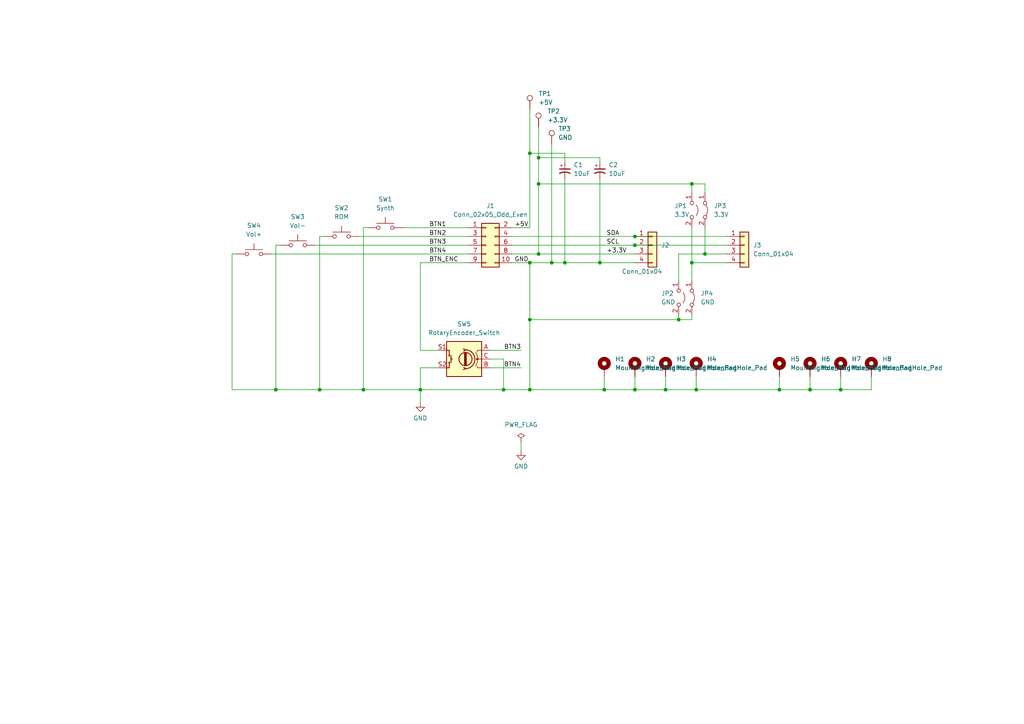
<source format=kicad_sch>
(kicad_sch (version 20230121) (generator eeschema)
  (paper "A4")
  (lib_symbols
    (symbol "Connector:TestPoint" (pin_numbers hide) (pin_names (offset 0.762) hide)
      (property "Reference" "TP" (at 0 6.858 0))
      (property "Value" "TestPoint" (at 0 5.08 0))
      (symbol "TestPoint_0_1"
        (circle (center 0 3.302) (radius 0.762))
      )
      (symbol "TestPoint_1_1"
        (pin passive line (at 0 0 90) (length 2.54) (name "1") (number "1"))
      )
    )
    (symbol "Connector_Generic:Conn_01x04" (pin_names (offset 1.016) hide)
      (property "Reference" "J" (at 0 5.08 0))
      (property "Value" "Conn_01x04" (at 0 -7.62 0))
      (symbol "Conn_01x04_1_1"
        (rectangle (start -1.27 -4.953) (end 0 -5.207) (stroke (width 0.1524)))
        (rectangle (start -1.27 -2.413) (end 0 -2.667) (stroke (width 0.1524)))
        (rectangle (start -1.27 0.127) (end 0 -0.127) (stroke (width 0.1524)))
        (rectangle (start -1.27 2.667) (end 0 2.413) (stroke (width 0.1524)))
        (rectangle (start -1.27 3.81) (end 1.27 -6.35) (stroke (width 0.254)) (fill (type background)))
        (pin passive line (at -5.08 2.54 0) (length 3.81) (name "Pin_1") (number "1"))
        (pin passive line (at -5.08 0 0) (length 3.81) (name "Pin_2") (number "2"))
        (pin passive line (at -5.08 -2.54 0) (length 3.81) (name "Pin_3") (number "3"))
        (pin passive line (at -5.08 -5.08 0) (length 3.81) (name "Pin_4") (number "4"))
      )
    )
    (symbol "Connector_Generic:Conn_02x05_Odd_Even" (pin_names (offset 1.016) hide)
      (property "Reference" "J" (at 1.27 7.62 0))
      (property "Value" "Conn_02x05_Odd_Even" (at 1.27 -7.62 0))
      (symbol "Conn_02x05_Odd_Even_1_1"
        (rectangle (start -1.27 -4.953) (end 0 -5.207) (stroke (width 0.1524)))
        (rectangle (start -1.27 -2.413) (end 0 -2.667) (stroke (width 0.1524)))
        (rectangle (start -1.27 0.127) (end 0 -0.127) (stroke (width 0.1524)))
        (rectangle (start -1.27 2.667) (end 0 2.413) (stroke (width 0.1524)))
        (rectangle (start -1.27 5.207) (end 0 4.953) (stroke (width 0.1524)))
        (rectangle (start -1.27 6.35) (end 3.81 -6.35) (stroke (width 0.254)) (fill (type background)))
        (rectangle (start 3.81 -4.953) (end 2.54 -5.207) (stroke (width 0.1524)))
        (rectangle (start 3.81 -2.413) (end 2.54 -2.667) (stroke (width 0.1524)))
        (rectangle (start 3.81 0.127) (end 2.54 -0.127) (stroke (width 0.1524)))
        (rectangle (start 3.81 2.667) (end 2.54 2.413) (stroke (width 0.1524)))
        (rectangle (start 3.81 5.207) (end 2.54 4.953) (stroke (width 0.1524)))
        (pin passive line (at -5.08 5.08 0) (length 3.81) (name "Pin_1") (number "1"))
        (pin passive line (at 7.62 -5.08 180) (length 3.81) (name "Pin_10") (number "10"))
        (pin passive line (at 7.62 5.08 180) (length 3.81) (name "Pin_2") (number "2"))
        (pin passive line (at -5.08 2.54 0) (length 3.81) (name "Pin_3") (number "3"))
        (pin passive line (at 7.62 2.54 180) (length 3.81) (name "Pin_4") (number "4"))
        (pin passive line (at -5.08 0 0) (length 3.81) (name "Pin_5") (number "5"))
        (pin passive line (at 7.62 0 180) (length 3.81) (name "Pin_6") (number "6"))
        (pin passive line (at -5.08 -2.54 0) (length 3.81) (name "Pin_7") (number "7"))
        (pin passive line (at 7.62 -2.54 180) (length 3.81) (name "Pin_8") (number "8"))
        (pin passive line (at -5.08 -5.08 0) (length 3.81) (name "Pin_9") (number "9"))
      )
    )
    (symbol "Device:C_Polarized_Small_US" (pin_numbers hide) (pin_names (offset 0.254) hide)
      (property "Reference" "C" (at 0.254 1.778 0))
      (property "Value" "C_Polarized_Small_US" (at 0.254 -2.032 0))
      (symbol "C_Polarized_Small_US_0_1"
        (polyline (pts (xy -1.524 0.508) (xy 1.524 0.508)) (stroke (width 0.3048)))
        (polyline (pts (xy -1.27 1.524) (xy -0.762 1.524)))
        (polyline (pts (xy -1.016 1.27) (xy -1.016 1.778)))
        (arc (start 1.524 -0.762) (mid 0 -0.3734) (end -1.524 -0.762) (stroke (width 0.3048)))
      )
      (symbol "C_Polarized_Small_US_1_1"
        (pin passive line (at 0 2.54 270) (length 2.032) (name "~") (number "1"))
        (pin passive line (at 0 -2.54 90) (length 2.032) (name "~") (number "2"))
      )
    )
    (symbol "Device:RotaryEncoder_Switch" (pin_names (offset 0.254) hide)
      (property "Reference" "SW" (at 0 6.604 0))
      (property "Value" "RotaryEncoder_Switch" (at 0 -6.604 0))
      (symbol "RotaryEncoder_Switch_0_1"
        (rectangle (start -5.08 5.08) (end 5.08 -5.08) (stroke (width 0.254)) (fill (type background)))
        (circle (center -3.81 0) (radius 0.254) (fill (type outline)))
        (circle (center -0.381 0) (radius 1.905) (stroke (width 0.254)))
        (arc (start -0.381 2.667) (mid -3.0988 -0.0635) (end -0.381 -2.794) (stroke (width 0.254)))
        (polyline (pts (xy -0.635 -1.778) (xy -0.635 1.778)) (stroke (width 0.254)))
        (polyline (pts (xy -0.381 -1.778) (xy -0.381 1.778)) (stroke (width 0.254)))
        (polyline (pts (xy -0.127 1.778) (xy -0.127 -1.778)) (stroke (width 0.254)))
        (polyline (pts (xy 3.81 0) (xy 3.429 0)) (stroke (width 0.254)))
        (polyline (pts (xy 3.81 1.016) (xy 3.81 -1.016)) (stroke (width 0.254)))
        (polyline (pts (xy -5.08 -2.54) (xy -3.81 -2.54) (xy -3.81 -2.032)))
        (polyline (pts (xy -5.08 2.54) (xy -3.81 2.54) (xy -3.81 2.032)))
        (polyline (pts (xy 0.254 -3.048) (xy -0.508 -2.794) (xy 0.127 -2.413)) (stroke (width 0.254)))
        (polyline (pts (xy 0.254 2.921) (xy -0.508 2.667) (xy 0.127 2.286)) (stroke (width 0.254)))
        (polyline (pts (xy 5.08 -2.54) (xy 4.318 -2.54) (xy 4.318 -1.016)) (stroke (width 0.254)))
        (polyline (pts (xy 5.08 2.54) (xy 4.318 2.54) (xy 4.318 1.016)) (stroke (width 0.254)))
        (polyline (pts (xy -5.08 0) (xy -3.81 0) (xy -3.81 -1.016) (xy -3.302 -2.032)))
        (polyline (pts (xy -4.318 0) (xy -3.81 0) (xy -3.81 1.016) (xy -3.302 2.032)))
        (circle (center 4.318 -1.016) (radius 0.127) (stroke (width 0.254)))
        (circle (center 4.318 1.016) (radius 0.127) (stroke (width 0.254)))
      )
      (symbol "RotaryEncoder_Switch_1_1"
        (pin passive line (at -7.62 2.54 0) (length 2.54) (name "A") (number "A"))
        (pin passive line (at -7.62 -2.54 0) (length 2.54) (name "B") (number "B"))
        (pin passive line (at -7.62 0 0) (length 2.54) (name "C") (number "C"))
        (pin passive line (at 7.62 2.54 180) (length 2.54) (name "S1") (number "S1"))
        (pin passive line (at 7.62 -2.54 180) (length 2.54) (name "S2") (number "S2"))
      )
    )
    (symbol "Jumper:Jumper_2_Bridged" (pin_names (offset 0) hide)
      (property "Reference" "JP" (at 0 1.905 0))
      (property "Value" "Jumper_2_Bridged" (at 0 -2.54 0))
      (symbol "Jumper_2_Bridged_0_0"
        (circle (center -2.032 0) (radius 0.508))
        (circle (center 2.032 0) (radius 0.508))
      )
      (symbol "Jumper_2_Bridged_0_1"
        (arc (start 1.524 0.254) (mid 0 0.762) (end -1.524 0.254))
      )
      (symbol "Jumper_2_Bridged_1_1"
        (pin passive line (at -5.08 0 0) (length 2.54) (name "A") (number "1"))
        (pin passive line (at 5.08 0 180) (length 2.54) (name "B") (number "2"))
      )
    )
    (symbol "Jumper:Jumper_2_Open" (pin_names (offset 0) hide)
      (property "Reference" "JP" (at 0 2.794 0))
      (property "Value" "Jumper_2_Open" (at 0 -2.286 0))
      (symbol "Jumper_2_Open_0_0"
        (circle (center -2.032 0) (radius 0.508))
        (circle (center 2.032 0) (radius 0.508))
      )
      (symbol "Jumper_2_Open_0_1"
        (arc (start 1.524 1.27) (mid 0 1.778) (end -1.524 1.27))
      )
      (symbol "Jumper_2_Open_1_1"
        (pin passive line (at -5.08 0 0) (length 2.54) (name "A") (number "1"))
        (pin passive line (at 5.08 0 180) (length 2.54) (name "B") (number "2"))
      )
    )
    (symbol "Mechanical:MountingHole_Pad" (pin_numbers hide) (pin_names (offset 1.016) hide)
      (property "Reference" "H" (at 0 6.35 0))
      (property "Value" "MountingHole_Pad" (at 0 4.445 0))
      (symbol "MountingHole_Pad_0_1"
        (circle (center 0 1.27) (radius 1.27) (stroke (width 1.27)))
      )
      (symbol "MountingHole_Pad_1_1"
        (pin input line (at 0 -2.54 90) (length 2.54) (name "1") (number "1"))
      )
    )
    (symbol "Switch:SW_Push" (pin_numbers hide) (pin_names (offset 1.016) hide)
      (property "Reference" "SW" (at 1.27 2.54 0))
      (property "Value" "SW_Push" (at 0 -1.524 0))
      (symbol "SW_Push_0_1"
        (circle (center -2.032 0) (radius 0.508))
        (polyline (pts (xy 0 1.27) (xy 0 3.048)))
        (polyline (pts (xy 2.54 1.27) (xy -2.54 1.27)))
        (circle (center 2.032 0) (radius 0.508))
        (pin passive line (at -5.08 0 0) (length 2.54) (name "1") (number "1"))
        (pin passive line (at 5.08 0 180) (length 2.54) (name "2") (number "2"))
      )
    )
    (symbol "power:GND" (power) (pin_names (offset 0))
      (property "Value" "GND" (at 0 -3.81 0))
      (symbol "GND_0_1"
        (polyline (pts (xy 0 0) (xy 0 -1.27) (xy 1.27 -1.27) (xy 0 -2.54) (xy -1.27 -1.27) (xy 0 -1.27)))
      )
      (symbol "GND_1_1"
        (pin power_in line (at 0 0 270) (length 0) hide (name "GND") (number "1"))
      )
    )
    (symbol "power:PWR_FLAG" (power) (pin_numbers hide) (pin_names (offset 0) hide)
      (property "Value" "PWR_FLAG" (at 0 3.81 0))
      (symbol "PWR_FLAG_0_0"
        (pin power_out line (at 0 0 90) (length 0) (name "pwr") (number "1"))
      )
      (symbol "PWR_FLAG_0_1"
        (polyline (pts (xy 0 0) (xy 0 1.27) (xy -1.016 1.905) (xy 0 2.54) (xy 1.016 1.905) (xy 0 1.27)))
      )
    )
  )
  (junction (at 153.67 113.03))
  (junction (at 156.21 73.66))
  (junction (at 184.15 68.58))
  (junction (at 92.71 113.03))
  (junction (at 173.99 76.2))
  (junction (at 243.84 113.03))
  (junction (at 153.67 76.2))
  (junction (at 175.26 113.03))
  (junction (at 193.04 113.03))
  (junction (at 184.15 113.03))
  (junction (at 163.83 76.2))
  (junction (at 160.02 76.2))
  (junction (at 121.92 113.03))
  (junction (at 156.21 53.34))
  (junction (at 153.67 92.71))
  (junction (at 226.06 113.03))
  (junction (at 105.41 113.03))
  (junction (at 200.66 53.34))
  (junction (at 80.01 113.03))
  (junction (at 184.15 71.12))
  (junction (at 153.67 44.45))
  (junction (at 146.05 113.03))
  (junction (at 156.21 45.72))
  (junction (at 204.47 73.66))
  (junction (at 234.95 113.03))
  (junction (at 200.66 76.2))
  (junction (at 201.93 113.03))
  (junction (at 196.85 92.71))
  (wire (pts (xy 173.99 46.99) (xy 173.99 45.72)))
  (wire (pts (xy 200.66 53.34) (xy 204.47 53.34)))
  (wire (pts (xy 153.67 31.75) (xy 153.67 44.45)))
  (wire (pts (xy 146.05 104.14) (xy 146.05 113.03)))
  (wire (pts (xy 201.93 113.03) (xy 226.06 113.03)))
  (wire (pts (xy 175.26 113.03) (xy 184.15 113.03)))
  (wire (pts (xy 148.59 73.66) (xy 156.21 73.66)))
  (wire (pts (xy 67.31 113.03) (xy 80.01 113.03)))
  (wire (pts (xy 67.31 73.66) (xy 67.31 113.03)))
  (wire (pts (xy 163.83 52.07) (xy 163.83 76.2)))
  (wire (pts (xy 156.21 45.72) (xy 173.99 45.72)))
  (wire (pts (xy 78.74 73.66) (xy 135.89 73.66)))
  (wire (pts (xy 121.92 106.68) (xy 121.92 113.03)))
  (wire (pts (xy 196.85 73.66) (xy 196.85 81.28)))
  (wire (pts (xy 135.89 76.2) (xy 121.92 76.2)))
  (wire (pts (xy 153.67 76.2) (xy 153.67 92.71)))
  (wire (pts (xy 173.99 76.2) (xy 184.15 76.2)))
  (wire (pts (xy 121.92 113.03) (xy 121.92 116.84)))
  (wire (pts (xy 175.26 109.22) (xy 175.26 113.03)))
  (wire (pts (xy 163.83 44.45) (xy 153.67 44.45)))
  (wire (pts (xy 156.21 53.34) (xy 200.66 53.34)))
  (wire (pts (xy 80.01 113.03) (xy 92.71 113.03)))
  (wire (pts (xy 92.71 68.58) (xy 93.98 68.58)))
  (wire (pts (xy 151.13 128.27) (xy 151.13 130.81)))
  (wire (pts (xy 163.83 76.2) (xy 173.99 76.2)))
  (wire (pts (xy 184.15 113.03) (xy 193.04 113.03)))
  (wire (pts (xy 91.44 71.12) (xy 135.89 71.12)))
  (wire (pts (xy 92.71 113.03) (xy 105.41 113.03)))
  (wire (pts (xy 234.95 113.03) (xy 243.84 113.03)))
  (wire (pts (xy 234.95 109.22) (xy 234.95 113.03)))
  (wire (pts (xy 160.02 41.91) (xy 160.02 76.2)))
  (wire (pts (xy 121.92 101.6) (xy 127 101.6)))
  (wire (pts (xy 243.84 113.03) (xy 252.73 113.03)))
  (wire (pts (xy 200.66 92.71) (xy 196.85 92.71)))
  (wire (pts (xy 105.41 66.04) (xy 105.41 113.03)))
  (wire (pts (xy 153.67 92.71) (xy 153.67 113.03)))
  (wire (pts (xy 184.15 71.12) (xy 210.82 71.12)))
  (wire (pts (xy 156.21 45.72) (xy 156.21 53.34)))
  (wire (pts (xy 156.21 53.34) (xy 156.21 73.66)))
  (wire (pts (xy 68.58 73.66) (xy 67.31 73.66)))
  (wire (pts (xy 148.59 76.2) (xy 153.67 76.2)))
  (wire (pts (xy 127 106.68) (xy 121.92 106.68)))
  (wire (pts (xy 210.82 76.2) (xy 200.66 76.2)))
  (wire (pts (xy 193.04 109.22) (xy 193.04 113.03)))
  (wire (pts (xy 200.66 76.2) (xy 200.66 81.28)))
  (wire (pts (xy 142.24 101.6) (xy 151.13 101.6)))
  (wire (pts (xy 105.41 66.04) (xy 106.68 66.04)))
  (wire (pts (xy 243.84 109.22) (xy 243.84 113.03)))
  (wire (pts (xy 201.93 109.22) (xy 201.93 113.03)))
  (wire (pts (xy 201.93 113.03) (xy 193.04 113.03)))
  (wire (pts (xy 196.85 92.71) (xy 153.67 92.71)))
  (wire (pts (xy 156.21 73.66) (xy 184.15 73.66)))
  (wire (pts (xy 153.67 44.45) (xy 153.67 66.04)))
  (wire (pts (xy 148.59 68.58) (xy 184.15 68.58)))
  (wire (pts (xy 121.92 76.2) (xy 121.92 101.6)))
  (wire (pts (xy 252.73 113.03) (xy 252.73 109.22)))
  (wire (pts (xy 153.67 76.2) (xy 160.02 76.2)))
  (wire (pts (xy 204.47 53.34) (xy 204.47 55.88)))
  (wire (pts (xy 184.15 109.22) (xy 184.15 113.03)))
  (wire (pts (xy 226.06 109.22) (xy 226.06 113.03)))
  (wire (pts (xy 184.15 68.58) (xy 210.82 68.58)))
  (wire (pts (xy 81.28 71.12) (xy 80.01 71.12)))
  (wire (pts (xy 175.26 113.03) (xy 153.67 113.03)))
  (wire (pts (xy 226.06 113.03) (xy 234.95 113.03)))
  (wire (pts (xy 200.66 66.04) (xy 200.66 76.2)))
  (wire (pts (xy 196.85 73.66) (xy 204.47 73.66)))
  (wire (pts (xy 200.66 53.34) (xy 200.66 55.88)))
  (wire (pts (xy 156.21 36.83) (xy 156.21 45.72)))
  (wire (pts (xy 200.66 91.44) (xy 200.66 92.71)))
  (wire (pts (xy 80.01 71.12) (xy 80.01 113.03)))
  (wire (pts (xy 104.14 68.58) (xy 135.89 68.58)))
  (wire (pts (xy 204.47 66.04) (xy 204.47 73.66)))
  (wire (pts (xy 153.67 66.04) (xy 148.59 66.04)))
  (wire (pts (xy 160.02 76.2) (xy 163.83 76.2)))
  (wire (pts (xy 116.84 66.04) (xy 135.89 66.04)))
  (wire (pts (xy 204.47 73.66) (xy 210.82 73.66)))
  (wire (pts (xy 142.24 106.68) (xy 151.13 106.68)))
  (wire (pts (xy 148.59 71.12) (xy 184.15 71.12)))
  (wire (pts (xy 173.99 52.07) (xy 173.99 76.2)))
  (wire (pts (xy 142.24 104.14) (xy 146.05 104.14)))
  (wire (pts (xy 196.85 91.44) (xy 196.85 92.71)))
  (wire (pts (xy 105.41 113.03) (xy 121.92 113.03)))
  (wire (pts (xy 163.83 46.99) (xy 163.83 44.45)))
  (wire (pts (xy 92.71 68.58) (xy 92.71 113.03)))
  (wire (pts (xy 146.05 113.03) (xy 153.67 113.03)))
  (wire (pts (xy 146.05 113.03) (xy 121.92 113.03)))
  (label "+3.3V" (at 175.895 73.66 0))
  (label "BTN2" (at 124.46 68.58 0))
  (label "BTN3" (at 124.46 71.12 0))
  (label "GND" (at 149.225 76.2 0))
  (label "BTN4" (at 124.46 73.66 0))
  (label "BTN_ENC" (at 124.46 76.2 0))
  (label "+5V" (at 149.225 66.04 0))
  (label "BTN4" (at 151.13 106.68 180))
  (label "BTN1" (at 124.46 66.04 0))
  (label "BTN3" (at 151.13 101.6 180))
  (label "SCL" (at 175.895 71.12 0))
  (label "SDA" (at 175.895 68.58 0))
  (symbol (lib_id "Mechanical:MountingHole_Pad") (at 184.15 106.68 0) (unit 1)
    (property "Reference" "H2" (at 187.325 104.1399 0) (effects (justify left)))
    (property "Value" "MountingHole_Pad" (at 187.325 106.6799 0) (effects (justify left)))
    (property "Footprint" "MountingHole:MountingHole_3.2mm_M3_Pad" (effects hide))
  )
  (symbol (lib_id "Connector:TestPoint") (at 160.02 41.91 0) (unit 1)
    (property "Reference" "TP3" (at 161.925 37.3379 0) (effects (justify left)))
    (property "Value" "GND" (at 161.925 39.8779 0) (effects (justify left)))
    (property "Footprint" "TestPoint:TestPoint_THTPad_2.0x2.0mm_Drill1.0mm" (effects hide))
  )
  (symbol (lib_id "Connector_Generic:Conn_01x04") (at 189.23 71.12 0) (unit 1)
    (property "Reference" "J2" (at 191.77 71.1199 0) (effects (justify left)))
    (property "Value" "Conn_01x04" (at 180.34 78.74 0) (effects (justify left)))
    (property "Footprint" "Connector_PinSocket_2.54mm:PinSocket_1x04_P2.54mm_Vertical" (effects hide))
  )
  (symbol (lib_id "Mechanical:MountingHole_Pad") (at 175.26 106.68 0) (unit 1)
    (property "Reference" "H1" (at 178.435 104.1399 0) (effects (justify left)))
    (property "Value" "MountingHole_Pad" (at 178.435 106.6799 0) (effects (justify left)))
    (property "Footprint" "MountingHole:MountingHole_3.2mm_M3_Pad" (effects hide))
  )
  (symbol (lib_id "Switch:SW_Push") (at 86.36 71.12 0) (unit 1)
    (property "Reference" "SW3" (at 86.36 62.865 0))
    (property "Value" "Vol-" (at 86.36 65.405 0))
    (property "Footprint" "Button_Switch_THT:SW_PUSH_6mm" (effects hide))
  )
  (symbol (lib_id "Jumper:Jumper_2_Bridged") (at 200.66 86.36 270) (unit 1)
    (property "Reference" "JP4" (at 203.2 85.0899 90) (effects (justify left)))
    (property "Value" "GND" (at 203.2 87.63 90) (effects (justify left)))
    (property "Footprint" "Jumper:SolderJumper-2_P1.3mm_Bridged2Bar_RoundedPad1.0x1.5mm" (effects hide))
  )
  (symbol (lib_id "Mechanical:MountingHole_Pad") (at 193.04 106.68 0) (unit 1)
    (property "Reference" "H3" (at 196.215 104.1399 0) (effects (justify left)))
    (property "Value" "MountingHole_Pad" (at 196.215 106.6799 0) (effects (justify left)))
    (property "Footprint" "MountingHole:MountingHole_3.2mm_M3_Pad" (effects hide))
  )
  (symbol (lib_id "Connector:TestPoint") (at 153.67 31.75 0) (unit 1)
    (property "Reference" "TP1" (at 156.21 27.1779 0) (effects (justify left)))
    (property "Value" "+5V" (at 156.21 29.7179 0) (effects (justify left)))
    (property "Footprint" "TestPoint:TestPoint_THTPad_2.0x2.0mm_Drill1.0mm" (effects hide))
  )
  (symbol (lib_id "Device:RotaryEncoder_Switch") (at 134.62 104.14 0) (mirror y) (unit 1)
    (property "Reference" "SW5" (at 134.62 93.98 0))
    (property "Value" "RotaryEncoder_Switch" (at 134.62 96.52 0))
    (property "Footprint" "Rotary_Encoder:RotaryEncoder_Alps_EC12E-Switch_Vertical_H20mm" (effects hide))
  )
  (symbol (lib_id "Mechanical:MountingHole_Pad") (at 234.95 106.68 0) (unit 1)
    (property "Reference" "H6" (at 238.125 104.1399 0) (effects (justify left)))
    (property "Value" "MountingHole_Pad" (at 238.125 106.6799 0) (effects (justify left)))
    (property "Footprint" "MountingHole:MountingHole_2.2mm_M2_ISO7380_Pad" (effects hide))
  )
  (symbol (lib_id "Device:C_Polarized_Small_US") (at 163.83 49.53 0) (unit 1)
    (property "Reference" "C1" (at 166.37 47.8281 0) (effects (justify left)))
    (property "Value" "10uF" (at 166.37 50.3681 0) (effects (justify left)))
    (property "Footprint" "Capacitor_Tantalum_SMD:CP_EIA-3216-10_Kemet-I" (effects hide))
  )
  (symbol (lib_id "Switch:SW_Push") (at 73.66 73.66 0) (unit 1)
    (property "Reference" "SW4" (at 73.66 65.405 0))
    (property "Value" "Vol+" (at 73.66 67.945 0))
    (property "Footprint" "Button_Switch_THT:SW_PUSH_6mm" (effects hide))
  )
  (symbol (lib_id "Jumper:Jumper_2_Open") (at 200.66 60.96 270) (unit 1)
    (property "Reference" "JP1" (at 195.58 59.69 90) (effects (justify left)))
    (property "Value" "3.3V" (at 195.58 62.23 90) (effects (justify left)))
    (property "Footprint" "Jumper:SolderJumper-2_P1.3mm_Open_RoundedPad1.0x1.5mm" (effects hide))
  )
  (symbol (lib_id "Jumper:Jumper_2_Open") (at 196.85 86.36 270) (unit 1)
    (property "Reference" "JP2" (at 191.77 85.09 90) (effects (justify left)))
    (property "Value" "GND" (at 191.77 87.63 90) (effects (justify left)))
    (property "Footprint" "Jumper:SolderJumper-2_P1.3mm_Open_RoundedPad1.0x1.5mm" (effects hide))
  )
  (symbol (lib_id "power:GND") (at 151.13 130.81 0) (unit 1)
    (property "Reference" "#PWR02" (effects hide))
    (property "Value" "GND" (at 151.13 135.255 0))
  )
  (symbol (lib_id "Mechanical:MountingHole_Pad") (at 226.06 106.68 0) (unit 1)
    (property "Reference" "H5" (at 229.235 104.1399 0) (effects (justify left)))
    (property "Value" "MountingHole_Pad" (at 229.235 106.6799 0) (effects (justify left)))
    (property "Footprint" "MountingHole:MountingHole_2.2mm_M2_ISO7380_Pad" (effects hide))
  )
  (symbol (lib_id "Mechanical:MountingHole_Pad") (at 201.93 106.68 0) (unit 1)
    (property "Reference" "H4" (at 205.105 104.1399 0) (effects (justify left)))
    (property "Value" "MountingHole_Pad" (at 205.105 106.6799 0) (effects (justify left)))
    (property "Footprint" "MountingHole:MountingHole_3.2mm_M3_Pad" (effects hide))
  )
  (symbol (lib_id "Connector_Generic:Conn_01x04") (at 215.9 71.12 0) (unit 1)
    (property "Reference" "J3" (at 218.44 71.1199 0) (effects (justify left)))
    (property "Value" "Conn_01x04" (at 218.44 73.6599 0) (effects (justify left)))
    (property "Footprint" "Connector_PinSocket_2.54mm:PinSocket_1x04_P2.54mm_Vertical" (effects hide))
  )
  (symbol (lib_id "Jumper:Jumper_2_Bridged") (at 204.47 60.96 270) (unit 1)
    (property "Reference" "JP3" (at 207.01 59.6899 90) (effects (justify left)))
    (property "Value" "3.3V" (at 207.01 62.2299 90) (effects (justify left)))
    (property "Footprint" "Jumper:SolderJumper-2_P1.3mm_Bridged2Bar_RoundedPad1.0x1.5mm" (effects hide))
  )
  (symbol (lib_id "Connector_Generic:Conn_02x05_Odd_Even") (at 140.97 71.12 0) (unit 1)
    (property "Reference" "J1" (at 142.24 59.69 0))
    (property "Value" "Conn_02x05_Odd_Even" (at 142.24 62.23 0))
    (property "Footprint" "Connector_IDC:IDC-Header_2x05_P2.54mm_Latch_Horizontal" (effects hide))
  )
  (symbol (lib_id "Mechanical:MountingHole_Pad") (at 252.73 106.68 0) (unit 1)
    (property "Reference" "H8" (at 255.905 104.1399 0) (effects (justify left)))
    (property "Value" "MountingHole_Pad" (at 255.905 106.6799 0) (effects (justify left)))
    (property "Footprint" "MountingHole:MountingHole_2.2mm_M2_ISO7380_Pad" (effects hide))
  )
  (symbol (lib_id "power:PWR_FLAG") (at 151.13 128.27 0) (unit 1)
    (property "Reference" "#FLG01" (effects hide))
    (property "Value" "PWR_FLAG" (at 151.13 123.19 0))
  )
  (symbol (lib_id "Switch:SW_Push") (at 99.06 68.58 0) (unit 1)
    (property "Reference" "SW2" (at 99.06 60.325 0))
    (property "Value" "ROM" (at 99.06 62.865 0))
    (property "Footprint" "Button_Switch_THT:SW_PUSH_6mm" (effects hide))
  )
  (symbol (lib_id "Mechanical:MountingHole_Pad") (at 243.84 106.68 0) (unit 1)
    (property "Reference" "H7" (at 247.015 104.1399 0) (effects (justify left)))
    (property "Value" "MountingHole_Pad" (at 247.015 106.6799 0) (effects (justify left)))
    (property "Footprint" "MountingHole:MountingHole_2.2mm_M2_ISO7380_Pad" (effects hide))
  )
  (symbol (lib_id "Connector:TestPoint") (at 156.21 36.83 0) (unit 1)
    (property "Reference" "TP2" (at 158.75 32.2579 0) (effects (justify left)))
    (property "Value" "+3.3V" (at 158.75 34.7979 0) (effects (justify left)))
    (property "Footprint" "TestPoint:TestPoint_THTPad_2.0x2.0mm_Drill1.0mm" (effects hide))
  )
  (symbol (lib_id "power:GND") (at 121.92 116.84 0) (unit 1)
    (property "Reference" "#PWR01" (effects hide))
    (property "Value" "GND" (at 121.92 121.285 0))
  )
  (symbol (lib_id "Device:C_Polarized_Small_US") (at 173.99 49.53 0) (unit 1)
    (property "Reference" "C2" (at 176.53 47.8281 0) (effects (justify left)))
    (property "Value" "10uF" (at 176.53 50.3681 0) (effects (justify left)))
    (property "Footprint" "Capacitor_Tantalum_SMD:CP_EIA-3216-10_Kemet-I" (effects hide))
  )
  (symbol (lib_id "Switch:SW_Push") (at 111.76 66.04 0) (unit 1)
    (property "Reference" "SW1" (at 111.76 57.785 0))
    (property "Value" "Synth" (at 111.76 60.325 0))
    (property "Footprint" "Button_Switch_THT:SW_PUSH_6mm" (effects hide))
  )
)
</source>
